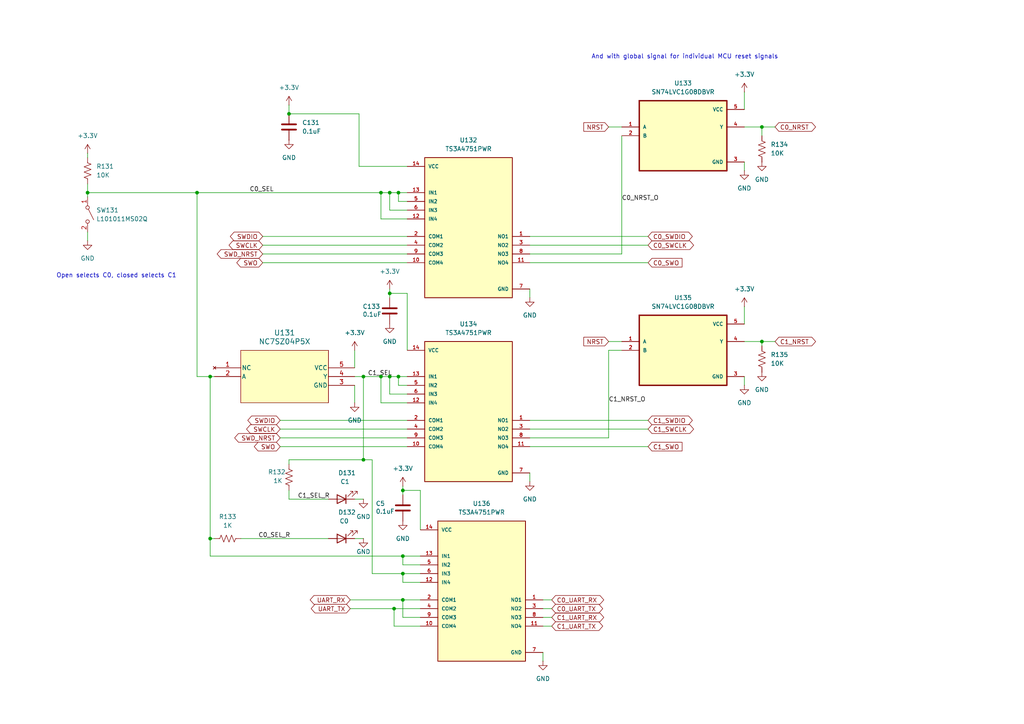
<source format=kicad_sch>
(kicad_sch (version 20250114) (generator "eeschema") (generator_version "9.0")
  (paper "A4")
  (lib_symbols
    (symbol "Device:C" (pin_numbers (hide yes)) (pin_names (offset 0.254))
      (property "Reference" "C" (at 0.635 2.54 0))
      (property "Value" "C" (at 0.635 -2.54 0))
      (symbol "C_0_1"
        (polyline (pts (xy -2.032 0.762) (xy 2.032 0.762)) (stroke (width 0.508)))
        (polyline (pts (xy -2.032 -0.762) (xy 2.032 -0.762)) (stroke (width 0.508)))
      )
      (symbol "C_1_1"
        (pin passive line (at 0 3.81 270) (length 2.794) (name "~") (number "1"))
        (pin passive line (at 0 -3.81 90) (length 2.794) (name "~") (number "2"))
      )
    )
    (symbol "Device:LED" (pin_numbers (hide yes)) (pin_names (offset 1.016) (hide yes))
      (property "Reference" "D" (at 0 2.54 0))
      (property "Value" "LED" (at 0 -2.54 0))
      (symbol "LED_0_1"
        (polyline (pts (xy -3.048 -0.762) (xy -4.572 -2.286) (xy -3.81 -2.286) (xy -4.572 -2.286) (xy -4.572 -1.524)))
        (polyline (pts (xy -1.778 -0.762) (xy -3.302 -2.286) (xy -2.54 -2.286) (xy -3.302 -2.286) (xy -3.302 -1.524)))
        (polyline (pts (xy -1.27 0) (xy 1.27 0)))
        (polyline (pts (xy -1.27 -1.27) (xy -1.27 1.27)) (stroke (width 0.254)))
        (polyline (pts (xy 1.27 -1.27) (xy 1.27 1.27) (xy -1.27 0) (xy 1.27 -1.27)) (stroke (width 0.254)))
      )
      (symbol "LED_1_1"
        (pin passive line (at -3.81 0 0) (length 2.54) (name "K") (number "1"))
        (pin passive line (at 3.81 0 180) (length 2.54) (name "A") (number "2"))
      )
    )
    (symbol "Device:R_US" (pin_numbers (hide yes)) (pin_names (offset 0))
      (property "Reference" "R" (at 2.54 0 90))
      (property "Value" "R_US" (at -2.54 0 90))
      (symbol "R_US_0_1"
        (polyline (pts (xy 0 2.286) (xy 0 2.54)))
        (polyline (pts (xy 0 2.286) (xy 1.016 1.905) (xy 0 1.524) (xy -1.016 1.143) (xy 0 0.762)))
        (polyline (pts (xy 0 0.762) (xy 1.016 0.381) (xy 0 0) (xy -1.016 -0.381) (xy 0 -0.762)))
        (polyline (pts (xy 0 -0.762) (xy 1.016 -1.143) (xy 0 -1.524) (xy -1.016 -1.905) (xy 0 -2.286)))
        (polyline (pts (xy 0 -2.286) (xy 0 -2.54)))
      )
      (symbol "R_US_1_1"
        (pin passive line (at 0 3.81 270) (length 1.27) (name "~") (number "1"))
        (pin passive line (at 0 -3.81 90) (length 1.27) (name "~") (number "2"))
      )
    )
    (symbol "Global:NC7SZ04P5X" (pin_names (offset 0.254))
      (property "Reference" "U" (at 20.32 10.16 0))
      (property "Value" "NC7SZ04P5X" (at 20.32 7.62 0))
      (symbol "NC7SZ04P5X_0_1"
        (polyline (pts (xy 7.62 5.08) (xy 7.62 -10.16)) (stroke (width 0.127)))
        (polyline (pts (xy 33.02 5.08) (xy 7.62 5.08)) (stroke (width 0.127)))
        (polyline (pts (xy 33.02 -10.16) (xy 33.02 5.08)) (stroke (width 0.127)))
        (pin no_connect line (at 0 0 0) (length 7.62) (name "NC") (number "1"))
        (pin unspecified line (at 0 -2.54 0) (length 7.62) (name "A") (number "2"))
        (pin power_in line (at 40.64 0 180) (length 7.62) (name "VCC") (number "5"))
        (pin unspecified line (at 40.64 -2.54 180) (length 7.62) (name "Y") (number "4"))
        (pin power_out line (at 40.64 -5.08 180) (length 7.62) (name "GND") (number "3"))
      )
      (symbol "NC7SZ04P5X_1_1"
        (rectangle (start 7.62 5.08) (end 33.02 -10.16) (fill (type color) (color 255 255 194 1)))
      )
    )
    (symbol "Global:SN74LVC1G08DBVR" (pin_names (offset 1.016))
      (property "Reference" "U" (at -12.7 11.16 0))
      (property "Value" "SN74LVC1G08DBVR" (at -12.7 -14.16 0))
      (symbol "SN74LVC1G08DBVR_0_0"
        (rectangle (start -12.7 -10.16) (end 12.7 10.16) (stroke (width 0.41)) (fill (type background)))
        (pin input line (at -17.78 2.54 0) (length 5.08) (name "A") (number "1"))
        (pin input line (at -17.78 0 0) (length 5.08) (name "B") (number "2"))
        (pin power_in line (at 17.78 7.62 180) (length 5.08) (name "VCC") (number "5"))
        (pin output line (at 17.78 2.54 180) (length 5.08) (name "Y") (number "4"))
        (pin power_in line (at 17.78 -7.62 180) (length 5.08) (name "GND") (number "3"))
      )
    )
    (symbol "Global:TS3A4751PWR" (pin_names (offset 1.016))
      (property "Reference" "U" (at -12.7 21.59 0))
      (property "Value" "TS3A4751PWR" (at -12.7 -22.86 0))
      (symbol "TS3A4751PWR_0_0"
        (rectangle (start -12.7 -20.32) (end 12.7 20.32) (stroke (width 0.254)) (fill (type background)))
        (pin power_in line (at -17.78 17.78 0) (length 5.08) (name "VCC") (number "14"))
        (pin input line (at -17.78 10.16 0) (length 5.08) (name "IN1") (number "13"))
        (pin input line (at -17.78 7.62 0) (length 5.08) (name "IN2") (number "5"))
        (pin input line (at -17.78 5.08 0) (length 5.08) (name "IN3") (number "6"))
        (pin input line (at -17.78 2.54 0) (length 5.08) (name "IN4") (number "12"))
        (pin bidirectional line (at -17.78 -2.54 0) (length 5.08) (name "COM1") (number "2"))
        (pin bidirectional line (at -17.78 -5.08 0) (length 5.08) (name "COM2") (number "4"))
        (pin bidirectional line (at -17.78 -7.62 0) (length 5.08) (name "COM3") (number "9"))
        (pin bidirectional line (at -17.78 -10.16 0) (length 5.08) (name "COM4") (number "10"))
        (pin bidirectional line (at 17.78 -2.54 180) (length 5.08) (name "NO1") (number "1"))
        (pin bidirectional line (at 17.78 -5.08 180) (length 5.08) (name "NO2") (number "3"))
        (pin bidirectional line (at 17.78 -7.62 180) (length 5.08) (name "NO3") (number "8"))
        (pin bidirectional line (at 17.78 -10.16 180) (length 5.08) (name "NO4") (number "11"))
        (pin power_in line (at 17.78 -17.78 180) (length 5.08) (name "GND") (number "7"))
      )
    )
    (symbol "Switch:SW_SPST" (pin_names (offset 0) (hide yes))
      (property "Reference" "SW" (at 0 3.175 0))
      (property "Value" "SW_SPST" (at 0 -2.54 0))
      (symbol "SW_SPST_0_0"
        (circle (center -2.032 0) (radius 0.508))
        (polyline (pts (xy -1.524 0.254) (xy 1.524 1.778)))
        (circle (center 2.032 0) (radius 0.508))
      )
      (symbol "SW_SPST_1_1"
        (pin passive line (at -5.08 0 0) (length 2.54) (name "A") (number "1"))
        (pin passive line (at 5.08 0 180) (length 2.54) (name "B") (number "2"))
      )
    )
    (symbol "power:+3.3V" (power) (pin_numbers (hide yes)) (pin_names (offset 0) (hide yes))
      (property "Value" "+3.3V" (at 0 3.556 0))
      (symbol "+3.3V_0_1"
        (polyline (pts (xy -0.762 1.27) (xy 0 2.54)))
        (polyline (pts (xy 0 2.54) (xy 0.762 1.27)))
        (polyline (pts (xy 0 0) (xy 0 2.54)))
      )
      (symbol "+3.3V_1_1"
        (pin power_in line (at 0 0 90) (length 0) (name "~") (number "1"))
      )
    )
    (symbol "power:GND" (power) (pin_numbers (hide yes)) (pin_names (offset 0) (hide yes))
      (property "Value" "GND" (at 0 -3.81 0))
      (symbol "GND_0_1"
        (polyline (pts (xy 0 0) (xy 0 -1.27) (xy 1.27 -1.27) (xy 0 -2.54) (xy -1.27 -1.27) (xy 0 -1.27)))
      )
      (symbol "GND_1_1"
        (pin power_in line (at 0 0 270) (length 0) (name "~") (number "1"))
      )
    )
  )
  (text "And with global signal for individual MCU reset signals" (at 198.628 16.51 0) (effects (font (size 1.27 1.27))))
  (text "Open selects C0, closed selects C1" (at 33.782 80.01 0) (effects (font (size 1.27 1.27))))
  (junction (at 115.57 109.22))
  (junction (at 25.4 55.88))
  (junction (at 113.03 109.22))
  (junction (at 114.3 176.53))
  (junction (at 105.41 133.35))
  (junction (at 60.96 156.21))
  (junction (at 116.84 166.37))
  (junction (at 110.49 55.88))
  (junction (at 60.96 109.22))
  (junction (at 116.84 161.29))
  (junction (at 105.41 109.22))
  (junction (at 57.15 55.88))
  (junction (at 83.82 33.02))
  (junction (at 115.57 55.88))
  (junction (at 220.98 99.06))
  (junction (at 220.98 36.83))
  (junction (at 113.03 55.88))
  (junction (at 116.84 173.99))
  (junction (at 110.49 109.22))
  (junction (at 116.84 142.24))
  (junction (at 113.03 85.09))
  (wire (pts (xy 157.48 176.53) (xy 160.02 176.53)))
  (wire (pts (xy 153.67 83.82) (xy 153.67 86.36)))
  (wire (pts (xy 110.49 55.88) (xy 113.03 55.88)))
  (wire (pts (xy 60.96 161.29) (xy 116.84 161.29)))
  (wire (pts (xy 105.41 109.22) (xy 110.49 109.22)))
  (wire (pts (xy 57.15 55.88) (xy 110.49 55.88)))
  (wire (pts (xy 81.28 127) (xy 118.11 127)))
  (wire (pts (xy 107.95 166.37) (xy 107.95 133.35)))
  (wire (pts (xy 113.03 114.3) (xy 113.03 109.22)))
  (wire (pts (xy 116.84 173.99) (xy 121.92 173.99)))
  (wire (pts (xy 215.9 46.99) (xy 215.9 49.53)))
  (wire (pts (xy 83.82 33.02) (xy 104.14 33.02)))
  (wire (pts (xy 60.96 109.22) (xy 57.15 109.22)))
  (wire (pts (xy 215.9 109.22) (xy 215.9 111.76)))
  (wire (pts (xy 114.3 176.53) (xy 114.3 181.61)))
  (wire (pts (xy 25.4 44.45) (xy 25.4 45.72)))
  (wire (pts (xy 62.23 109.22) (xy 60.96 109.22)))
  (wire (pts (xy 101.6 176.53) (xy 114.3 176.53)))
  (wire (pts (xy 153.67 71.12) (xy 187.96 71.12)))
  (wire (pts (xy 113.03 109.22) (xy 115.57 109.22)))
  (wire (pts (xy 83.82 133.35) (xy 83.82 134.62)))
  (wire (pts (xy 105.41 133.35) (xy 105.41 109.22)))
  (wire (pts (xy 83.82 144.78) (xy 95.25 144.78)))
  (wire (pts (xy 118.11 85.09) (xy 113.03 85.09)))
  (wire (pts (xy 110.49 116.84) (xy 110.49 109.22)))
  (wire (pts (xy 83.82 30.48) (xy 83.82 33.02)))
  (wire (pts (xy 81.28 124.46) (xy 118.11 124.46)))
  (wire (pts (xy 215.9 99.06) (xy 220.98 99.06)))
  (wire (pts (xy 116.84 142.24) (xy 116.84 143.51)))
  (wire (pts (xy 115.57 55.88) (xy 115.57 58.42)))
  (wire (pts (xy 157.48 189.23) (xy 157.48 191.77)))
  (wire (pts (xy 102.87 111.76) (xy 102.87 116.84)))
  (wire (pts (xy 118.11 116.84) (xy 110.49 116.84)))
  (wire (pts (xy 220.98 99.06) (xy 220.98 100.33)))
  (wire (pts (xy 60.96 156.21) (xy 62.23 156.21)))
  (wire (pts (xy 81.28 129.54) (xy 118.11 129.54)))
  (wire (pts (xy 116.84 142.24) (xy 121.92 142.24)))
  (wire (pts (xy 113.03 85.09) (xy 113.03 86.36)))
  (wire (pts (xy 157.48 181.61) (xy 160.02 181.61)))
  (wire (pts (xy 116.84 168.91) (xy 116.84 166.37)))
  (wire (pts (xy 113.03 55.88) (xy 113.03 60.96)))
  (wire (pts (xy 176.53 36.83) (xy 180.34 36.83)))
  (wire (pts (xy 180.34 39.37) (xy 180.34 73.66)))
  (wire (pts (xy 176.53 101.6) (xy 176.53 127)))
  (wire (pts (xy 81.28 121.92) (xy 118.11 121.92)))
  (wire (pts (xy 153.67 124.46) (xy 187.96 124.46)))
  (wire (pts (xy 176.53 101.6) (xy 180.34 101.6)))
  (wire (pts (xy 102.87 101.6) (xy 102.87 106.68)))
  (wire (pts (xy 153.67 68.58) (xy 187.96 68.58)))
  (wire (pts (xy 220.98 36.83) (xy 220.98 39.37)))
  (wire (pts (xy 76.2 76.2) (xy 118.11 76.2)))
  (wire (pts (xy 76.2 73.66) (xy 118.11 73.66)))
  (wire (pts (xy 25.4 67.31) (xy 25.4 69.85)))
  (wire (pts (xy 121.92 181.61) (xy 114.3 181.61)))
  (wire (pts (xy 153.67 129.54) (xy 187.96 129.54)))
  (wire (pts (xy 157.48 173.99) (xy 160.02 173.99)))
  (wire (pts (xy 220.98 36.83) (xy 224.79 36.83)))
  (wire (pts (xy 102.87 144.78) (xy 105.41 144.78)))
  (wire (pts (xy 121.92 168.91) (xy 116.84 168.91)))
  (wire (pts (xy 153.67 127) (xy 176.53 127)))
  (wire (pts (xy 114.3 176.53) (xy 121.92 176.53)))
  (wire (pts (xy 118.11 85.09) (xy 118.11 101.6)))
  (wire (pts (xy 153.67 137.16) (xy 153.67 139.7)))
  (wire (pts (xy 83.82 133.35) (xy 105.41 133.35)))
  (wire (pts (xy 153.67 76.2) (xy 187.96 76.2)))
  (wire (pts (xy 176.53 99.06) (xy 180.34 99.06)))
  (wire (pts (xy 121.92 179.07) (xy 116.84 179.07)))
  (wire (pts (xy 60.96 156.21) (xy 60.96 109.22)))
  (wire (pts (xy 102.87 109.22) (xy 105.41 109.22)))
  (wire (pts (xy 107.95 133.35) (xy 105.41 133.35)))
  (wire (pts (xy 116.84 140.97) (xy 116.84 142.24)))
  (wire (pts (xy 118.11 111.76) (xy 115.57 111.76)))
  (wire (pts (xy 76.2 71.12) (xy 118.11 71.12)))
  (wire (pts (xy 116.84 179.07) (xy 116.84 173.99)))
  (wire (pts (xy 118.11 60.96) (xy 113.03 60.96)))
  (wire (pts (xy 25.4 55.88) (xy 57.15 55.88)))
  (wire (pts (xy 115.57 109.22) (xy 118.11 109.22)))
  (wire (pts (xy 116.84 166.37) (xy 107.95 166.37)))
  (wire (pts (xy 25.4 53.34) (xy 25.4 55.88)))
  (wire (pts (xy 121.92 166.37) (xy 116.84 166.37)))
  (wire (pts (xy 115.57 55.88) (xy 118.11 55.88)))
  (wire (pts (xy 57.15 109.22) (xy 57.15 55.88)))
  (wire (pts (xy 104.14 33.02) (xy 104.14 48.26)))
  (wire (pts (xy 121.92 153.67) (xy 121.92 142.24)))
  (wire (pts (xy 102.87 156.21) (xy 105.41 156.21)))
  (wire (pts (xy 220.98 99.06) (xy 224.79 99.06)))
  (wire (pts (xy 115.57 111.76) (xy 115.57 109.22)))
  (wire (pts (xy 116.84 163.83) (xy 116.84 161.29)))
  (wire (pts (xy 215.9 36.83) (xy 220.98 36.83)))
  (wire (pts (xy 113.03 55.88) (xy 115.57 55.88)))
  (wire (pts (xy 101.6 173.99) (xy 116.84 173.99)))
  (wire (pts (xy 118.11 63.5) (xy 110.49 63.5)))
  (wire (pts (xy 118.11 114.3) (xy 113.03 114.3)))
  (wire (pts (xy 121.92 163.83) (xy 116.84 163.83)))
  (wire (pts (xy 110.49 109.22) (xy 113.03 109.22)))
  (wire (pts (xy 25.4 57.15) (xy 25.4 55.88)))
  (wire (pts (xy 113.03 83.82) (xy 113.03 85.09)))
  (wire (pts (xy 110.49 55.88) (xy 110.49 63.5)))
  (wire (pts (xy 83.82 144.78) (xy 83.82 142.24)))
  (wire (pts (xy 153.67 73.66) (xy 180.34 73.66)))
  (wire (pts (xy 153.67 121.92) (xy 187.96 121.92)))
  (wire (pts (xy 121.92 161.29) (xy 116.84 161.29)))
  (wire (pts (xy 157.48 179.07) (xy 160.02 179.07)))
  (wire (pts (xy 69.85 156.21) (xy 95.25 156.21)))
  (wire (pts (xy 118.11 58.42) (xy 115.57 58.42)))
  (wire (pts (xy 76.2 68.58) (xy 118.11 68.58)))
  (wire (pts (xy 60.96 161.29) (xy 60.96 156.21)))
  (wire (pts (xy 104.14 48.26) (xy 118.11 48.26)))
  (wire (pts (xy 215.9 26.67) (xy 215.9 31.75)))
  (wire (pts (xy 215.9 88.9) (xy 215.9 93.98)))
  (label "C0_SEL_R" (at 74.93 156.21 0))
  (label "C0_NRST_O" (at 180.34 58.42 0))
  (label "C1_SEL_R" (at 86.36 144.78 0))
  (label "C0_SEL" (at 72.39 55.88 0))
  (label "C1_NRST_O" (at 176.53 116.84 0))
  (label "C1_SEL" (at 106.68 109.22 0))
  (global_label "C0_UART_RX" (shape bidirectional) (at 160.02 173.99 0) (property "Intersheetrefs" "${INTERSHEET_REFS}" (at 175.6674 173.99 0) (effects (justify left))))
  (global_label "NRST" (shape input) (at 176.53 99.06 180) (property "Intersheetrefs" "${INTERSHEET_REFS}" (at 168.7672 99.06 0) (effects (justify right))))
  (global_label "C0_SWCLK" (shape bidirectional) (at 187.96 71.12 0) (property "Intersheetrefs" "${INTERSHEET_REFS}" (at 201.7326 71.12 0) (effects (justify left))))
  (global_label "SWDIO" (shape bidirectional) (at 76.2 68.58 180) (property "Intersheetrefs" "${INTERSHEET_REFS}" (at 66.2373 68.58 0) (effects (justify right))))
  (global_label "C0_SWDIO" (shape bidirectional) (at 187.96 68.58 0) (property "Intersheetrefs" "${INTERSHEET_REFS}" (at 201.3698 68.58 0) (effects (justify left))))
  (global_label "C1_NRST" (shape bidirectional) (at 224.79 99.06 0) (property "Intersheetrefs" "${INTERSHEET_REFS}" (at 237.1112 99.06 0) (effects (justify left))))
  (global_label "UART_TX" (shape bidirectional) (at 101.6 176.53 180) (property "Intersheetrefs" "${INTERSHEET_REFS}" (at 89.7021 176.53 0) (effects (justify right))))
  (global_label "SWD_NRST" (shape bidirectional) (at 81.28 127 180) (property "Intersheetrefs" "${INTERSHEET_REFS}" (at 67.5074 127 0) (effects (justify right))))
  (global_label "SWCLK" (shape bidirectional) (at 76.2 71.12 180) (property "Intersheetrefs" "${INTERSHEET_REFS}" (at 65.8745 71.12 0) (effects (justify right))))
  (global_label "C1_SWDIO" (shape bidirectional) (at 187.96 121.92 0) (property "Intersheetrefs" "${INTERSHEET_REFS}" (at 201.3698 121.92 0) (effects (justify left))))
  (global_label "SWO" (shape bidirectional) (at 76.2 76.2 180) (property "Intersheetrefs" "${INTERSHEET_REFS}" (at 68.1121 76.2 0) (effects (justify right))))
  (global_label "UART_RX" (shape bidirectional) (at 101.6 173.99 180) (property "Intersheetrefs" "${INTERSHEET_REFS}" (at 89.3997 173.99 0) (effects (justify right))))
  (global_label "C1_SWO" (shape input) (at 187.96 129.54 0) (property "Intersheetrefs" "${INTERSHEET_REFS}" (at 198.3837 129.54 0) (effects (justify left))))
  (global_label "SWDIO" (shape bidirectional) (at 81.28 121.92 180) (property "Intersheetrefs" "${INTERSHEET_REFS}" (at 71.3173 121.92 0) (effects (justify right))))
  (global_label "C0_SWO" (shape input) (at 187.96 76.2 0) (property "Intersheetrefs" "${INTERSHEET_REFS}" (at 198.3837 76.2 0) (effects (justify left))))
  (global_label "SWCLK" (shape bidirectional) (at 81.28 124.46 180) (property "Intersheetrefs" "${INTERSHEET_REFS}" (at 70.9545 124.46 0) (effects (justify right))))
  (global_label "SWO" (shape bidirectional) (at 81.28 129.54 180) (property "Intersheetrefs" "${INTERSHEET_REFS}" (at 73.1921 129.54 0) (effects (justify right))))
  (global_label "C1_SWCLK" (shape bidirectional) (at 187.96 124.46 0) (property "Intersheetrefs" "${INTERSHEET_REFS}" (at 201.7326 124.46 0) (effects (justify left))))
  (global_label "SWD_NRST" (shape bidirectional) (at 76.2 73.66 180) (property "Intersheetrefs" "${INTERSHEET_REFS}" (at 62.4274 73.66 0) (effects (justify right))))
  (global_label "NRST" (shape input) (at 176.53 36.83 180) (property "Intersheetrefs" "${INTERSHEET_REFS}" (at 168.7672 36.83 0) (effects (justify right))))
  (global_label "C1_UART_TX" (shape bidirectional) (at 160.02 181.61 0) (property "Intersheetrefs" "${INTERSHEET_REFS}" (at 175.365 181.61 0) (effects (justify left))))
  (global_label "C0_NRST" (shape bidirectional) (at 224.79 36.83 0) (property "Intersheetrefs" "${INTERSHEET_REFS}" (at 237.1112 36.83 0) (effects (justify left))))
  (global_label "C1_UART_RX" (shape bidirectional) (at 160.02 179.07 0) (property "Intersheetrefs" "${INTERSHEET_REFS}" (at 175.6674 179.07 0) (effects (justify left))))
  (global_label "C0_UART_TX" (shape bidirectional) (at 160.02 176.53 0) (property "Intersheetrefs" "${INTERSHEET_REFS}" (at 175.365 176.53 0) (effects (justify left))))
  (symbol (lib_id "power:GND") (at 153.67 139.7 0) (unit 1)
    (property "Reference" "#PWR0123" (effects (hide yes)))
    (property "Value" "GND" (at 153.67 144.78 0))
    (property "Description" "Power symbol creates a global label with name \"GND\" , ground" (effects (hide yes)))
  )
  (symbol (lib_id "Global:NC7SZ04P5X") (at 62.23 106.68 0) (unit 1)
    (property "Reference" "U131" (at 82.55 96.52 0) (effects (font (size 1.524 1.524))))
    (property "Value" "NC7SZ04P5X" (at 82.55 99.06 0) (effects (font (size 1.524 1.524))))
    (property "Footprint" "SC-88A-5_1P35X2P2_ONS" (effects (hide yes)))
    (property "Datasheet" "NC7SZ04P5X" (effects (hide yes)))
  )
  (symbol (lib_id "Global:TS3A4751PWR") (at 135.89 66.04 0) (unit 1)
    (property "Reference" "U132" (at 135.89 40.64 0))
    (property "Value" "TS3A4751PWR" (at 135.89 43.18 0))
    (property "Footprint" "Library:SOP65P640X120-14N" (effects (hide yes)))
    (property "PARTREV" "F" (effects (hide yes)))
    (property "MANUFACTURER" "Texas Instruments" (effects (hide yes)))
    (property "MAXIMUM_PACKAGE_HEIGHT" "1.2 mm" (effects (hide yes)))
    (property "STANDARD" "IPC 7351B" (effects (hide yes)))
  )
  (symbol (lib_id "Device:C") (at 113.03 90.17 0) (unit 1)
    (property "Reference" "C133" (at 105.156 88.9 0) (effects (justify left)))
    (property "Value" "0.1uF" (at 105.156 91.186 0) (effects (justify left)))
    (property "Footprint" "Capacitor_SMD:C_0402_1005Metric" (effects (hide yes)))
    (property "Description" "Unpolarized capacitor" (effects (hide yes)))
  )
  (symbol (lib_id "power:GND") (at 220.98 46.99 0) (unit 1)
    (property "Reference" "#PWR0114" (effects (hide yes)))
    (property "Value" "GND" (at 220.98 52.07 0))
    (property "Description" "Power symbol creates a global label with name \"GND\" , ground" (effects (hide yes)))
  )
  (symbol (lib_id "power:GND") (at 105.41 156.21 0) (unit 1)
    (property "Reference" "#PWR0113" (effects (hide yes)))
    (property "Value" "GND" (at 105.41 160.02 0))
    (property "Description" "Power symbol creates a global label with name \"GND\" , ground" (effects (hide yes)))
  )
  (symbol (lib_id "Device:R_US") (at 25.4 49.53 180) (unit 1)
    (property "Reference" "R131" (at 27.94 48.2599 0) (effects (justify right)))
    (property "Value" "10K" (at 27.94 50.7999 0) (effects (justify right)))
    (property "Footprint" "Resistor_SMD:R_0402_1005Metric" (effects (hide yes)))
    (property "Description" "Resistor, US symbol" (effects (hide yes)))
  )
  (symbol (lib_id "Device:C") (at 83.82 36.83 0) (unit 1)
    (property "Reference" "C131" (at 87.63 35.5599 0) (effects (justify left)))
    (property "Value" "0.1uF" (at 87.63 38.0999 0) (effects (justify left)))
    (property "Footprint" "Capacitor_SMD:C_0402_1005Metric" (effects (hide yes)))
    (property "Description" "Unpolarized capacitor" (effects (hide yes)))
  )
  (symbol (lib_id "power:GND") (at 153.67 86.36 0) (unit 1)
    (property "Reference" "#PWR0122" (effects (hide yes)))
    (property "Value" "GND" (at 153.67 91.44 0))
    (property "Description" "Power symbol creates a global label with name \"GND\" , ground" (effects (hide yes)))
  )
  (symbol (lib_id "power:GND") (at 215.9 111.76 0) (unit 1)
    (property "Reference" "#PWR0111" (effects (hide yes)))
    (property "Value" "GND" (at 215.9 116.84 0))
    (property "Description" "Power symbol creates a global label with name \"GND\" , ground" (effects (hide yes)))
  )
  (symbol (lib_id "power:GND") (at 113.03 93.98 0) (unit 1)
    (property "Reference" "#PWR0121" (effects (hide yes)))
    (property "Value" "GND" (at 113.03 99.06 0))
    (property "Description" "Power symbol creates a global label with name \"GND\" , ground" (effects (hide yes)))
  )
  (symbol (lib_id "Device:R_US") (at 220.98 104.14 180) (unit 1)
    (property "Reference" "R135" (at 223.52 102.8699 0) (effects (justify right)))
    (property "Value" "10K" (at 223.52 105.4099 0) (effects (justify right)))
    (property "Footprint" "Resistor_SMD:R_0402_1005Metric" (effects (hide yes)))
    (property "Description" "Resistor, US symbol" (effects (hide yes)))
  )
  (symbol (lib_id "power:GND") (at 116.84 151.13 0) (unit 1)
    (property "Reference" "#PWR016" (effects (hide yes)))
    (property "Value" "GND" (at 116.84 156.21 0))
    (property "Description" "Power symbol creates a global label with name \"GND\" , ground" (effects (hide yes)))
  )
  (symbol (lib_id "power:GND") (at 105.41 144.78 0) (unit 1)
    (property "Reference" "#PWR0110" (effects (hide yes)))
    (property "Value" "GND" (at 105.41 149.86 0))
    (property "Description" "Power symbol creates a global label with name \"GND\" , ground" (effects (hide yes)))
  )
  (symbol (lib_id "power:GND") (at 215.9 49.53 0) (unit 1)
    (property "Reference" "#PWR0112" (effects (hide yes)))
    (property "Value" "GND" (at 215.9 54.61 0))
    (property "Description" "Power symbol creates a global label with name \"GND\" , ground" (effects (hide yes)))
  )
  (symbol (lib_id "Global:SN74LVC1G08DBVR") (at 198.12 101.6 0) (unit 1)
    (property "Reference" "U135" (at 198.12 86.36 0))
    (property "Value" "SN74LVC1G08DBVR" (at 198.12 88.9 0))
    (property "Footprint" "Library:SOT95P280X145-5N" (effects (hide yes)))
  )
  (symbol (lib_id "power:+3.3V") (at 215.9 26.67 0) (unit 1)
    (property "Reference" "#PWR0108" (effects (hide yes)))
    (property "Value" "+3.3V" (at 215.9 21.59 0))
    (property "Description" "Power symbol creates a global label with name \"+3.3V\"" (effects (hide yes)))
  )
  (symbol (lib_id "power:+3.3V") (at 83.82 30.48 0) (unit 1)
    (property "Reference" "#PWR0115" (effects (hide yes)))
    (property "Value" "+3.3V" (at 83.82 25.4 0))
    (property "Description" "Power symbol creates a global label with name \"+3.3V\"" (effects (hide yes)))
  )
  (symbol (lib_id "Device:LED") (at 99.06 144.78 180) (unit 1)
    (property "Reference" "D131" (at 100.6475 137.16 0))
    (property "Value" "C1" (at 100.076 139.7 0))
    (property "Footprint" "LED_SMD:LED_0603_1608Metric" (effects (hide yes)))
    (property "Description" "Light emitting diode" (effects (hide yes)))
    (property "Sim.Pins" "1=K 2=A" (effects (hide yes)))
  )
  (symbol (lib_id "power:GND") (at 83.82 40.64 0) (unit 1)
    (property "Reference" "#PWR0116" (effects (hide yes)))
    (property "Value" "GND" (at 83.82 45.72 0))
    (property "Description" "Power symbol creates a global label with name \"GND\" , ground" (effects (hide yes)))
  )
  (symbol (lib_id "Switch:SW_SPST") (at 25.4 62.23 270) (unit 1)
    (property "Reference" "SW131" (at 27.94 60.9599 90) (effects (justify left)))
    (property "Value" "L101011MS02Q" (at 27.94 63.4999 90) (effects (justify left)))
    (property "Footprint" "Library:SW_1MS02Q_CNK" (effects (hide yes)))
    (property "Description" "Single Pole Single Throw (SPST) switch" (effects (hide yes)))
  )
  (symbol (lib_id "power:GND") (at 157.48 191.77 0) (unit 1)
    (property "Reference" "#PWR017" (effects (hide yes)))
    (property "Value" "GND" (at 157.48 196.85 0))
    (property "Description" "Power symbol creates a global label with name \"GND\" , ground" (effects (hide yes)))
  )
  (symbol (lib_id "power:+3.3V") (at 116.84 140.97 0) (unit 1)
    (property "Reference" "#PWR015" (effects (hide yes)))
    (property "Value" "+3.3V" (at 116.84 135.89 0))
    (property "Description" "Power symbol creates a global label with name \"+3.3V\"" (effects (hide yes)))
  )
  (symbol (lib_id "power:GND") (at 25.4 69.85 0) (unit 1)
    (property "Reference" "#PWR0109" (effects (hide yes)))
    (property "Value" "GND" (at 25.4 74.93 0))
    (property "Description" "Power symbol creates a global label with name \"GND\" , ground" (effects (hide yes)))
  )
  (symbol (lib_id "power:GND") (at 102.87 116.84 0) (unit 1)
    (property "Reference" "#PWR0119" (effects (hide yes)))
    (property "Value" "GND" (at 102.87 121.92 0))
    (property "Description" "Power symbol creates a global label with name \"GND\" , ground" (effects (hide yes)))
  )
  (symbol (lib_id "Global:SN74LVC1G08DBVR") (at 198.12 39.37 0) (unit 1)
    (property "Reference" "U133" (at 198.12 24.13 0))
    (property "Value" "SN74LVC1G08DBVR" (at 198.12 26.67 0))
    (property "Footprint" "Library:SOT95P280X145-5N" (effects (hide yes)))
  )
  (symbol (lib_id "Device:R_US") (at 83.82 138.43 180) (unit 1)
    (property "Reference" "R132" (at 77.724 136.906 0) (effects (justify right)))
    (property "Value" "1K" (at 79.248 139.446 0) (effects (justify right)))
    (property "Footprint" "Resistor_SMD:R_0402_1005Metric" (effects (hide yes)))
    (property "Description" "Resistor, US symbol" (effects (hide yes)))
  )
  (symbol (lib_id "power:+3.3V") (at 102.87 101.6 0) (unit 1)
    (property "Reference" "#PWR0117" (effects (hide yes)))
    (property "Value" "+3.3V" (at 102.87 96.52 0))
    (property "Description" "Power symbol creates a global label with name \"+3.3V\"" (effects (hide yes)))
  )
  (symbol (lib_id "Global:TS3A4751PWR") (at 135.89 119.38 0) (unit 1)
    (property "Reference" "U134" (at 135.89 93.98 0))
    (property "Value" "TS3A4751PWR" (at 135.89 96.52 0))
    (property "Footprint" "Library:SOP65P640X120-14N" (effects (hide yes)))
    (property "PARTREV" "F" (effects (hide yes)))
    (property "MANUFACTURER" "Texas Instruments" (effects (hide yes)))
    (property "MAXIMUM_PACKAGE_HEIGHT" "1.2 mm" (effects (hide yes)))
    (property "STANDARD" "IPC 7351B" (effects (hide yes)))
  )
  (symbol (lib_id "power:+3.3V") (at 113.03 83.82 0) (unit 1)
    (property "Reference" "#PWR0120" (effects (hide yes)))
    (property "Value" "+3.3V" (at 113.03 78.74 0))
    (property "Description" "Power symbol creates a global label with name \"+3.3V\"" (effects (hide yes)))
  )
  (symbol (lib_id "Device:R_US") (at 220.98 43.18 180) (unit 1)
    (property "Reference" "R134" (at 223.52 41.9099 0) (effects (justify right)))
    (property "Value" "10K" (at 223.52 44.4499 0) (effects (justify right)))
    (property "Footprint" "Resistor_SMD:R_0402_1005Metric" (effects (hide yes)))
    (property "Description" "Resistor, US symbol" (effects (hide yes)))
  )
  (symbol (lib_id "power:+3.3V") (at 215.9 88.9 0) (unit 1)
    (property "Reference" "#PWR0107" (effects (hide yes)))
    (property "Value" "+3.3V" (at 215.9 83.82 0))
    (property "Description" "Power symbol creates a global label with name \"+3.3V\"" (effects (hide yes)))
  )
  (symbol (lib_id "Device:R_US") (at 66.04 156.21 90) (unit 1)
    (property "Reference" "R133" (at 66.04 149.86 90))
    (property "Value" "1K" (at 66.04 152.4 90))
    (property "Footprint" "Resistor_SMD:R_0402_1005Metric" (effects (hide yes)))
    (property "Description" "Resistor, US symbol" (effects (hide yes)))
  )
  (symbol (lib_id "Global:TS3A4751PWR") (at 139.7 171.45 0) (unit 1)
    (property "Reference" "U136" (at 139.7 146.05 0))
    (property "Value" "TS3A4751PWR" (at 139.7 148.59 0))
    (property "Footprint" "Library:SOP65P640X120-14N" (effects (hide yes)))
    (property "PARTREV" "F" (effects (hide yes)))
    (property "MANUFACTURER" "Texas Instruments" (effects (hide yes)))
    (property "MAXIMUM_PACKAGE_HEIGHT" "1.2 mm" (effects (hide yes)))
    (property "STANDARD" "IPC 7351B" (effects (hide yes)))
  )
  (symbol (lib_id "power:+3.3V") (at 25.4 44.45 0) (unit 1)
    (property "Reference" "#PWR0106" (effects (hide yes)))
    (property "Value" "+3.3V" (at 25.4 39.37 0))
    (property "Description" "Power symbol creates a global label with name \"+3.3V\"" (effects (hide yes)))
  )
  (symbol (lib_id "Device:C") (at 116.84 147.32 0) (unit 1)
    (property "Reference" "C5" (at 108.966 146.05 0) (effects (justify left)))
    (property "Value" "0.1uF" (at 108.966 148.336 0) (effects (justify left)))
    (property "Footprint" "Capacitor_SMD:C_0402_1005Metric" (effects (hide yes)))
    (property "Description" "Unpolarized capacitor" (effects (hide yes)))
  )
  (symbol (lib_id "power:GND") (at 220.98 107.95 0) (unit 1)
    (property "Reference" "#PWR0118" (effects (hide yes)))
    (property "Value" "GND" (at 220.98 113.03 0))
    (property "Description" "Power symbol creates a global label with name \"GND\" , ground" (effects (hide yes)))
  )
  (symbol (lib_id "Device:LED") (at 99.06 156.21 180) (unit 1)
    (property "Reference" "D132" (at 100.6475 148.59 0))
    (property "Value" "C0" (at 99.822 151.13 0))
    (property "Footprint" "LED_SMD:LED_0603_1608Metric" (effects (hide yes)))
    (property "Description" "Light emitting diode" (effects (hide yes)))
    (property "Sim.Pins" "1=K 2=A" (effects (hide yes)))
  )
)
</source>
